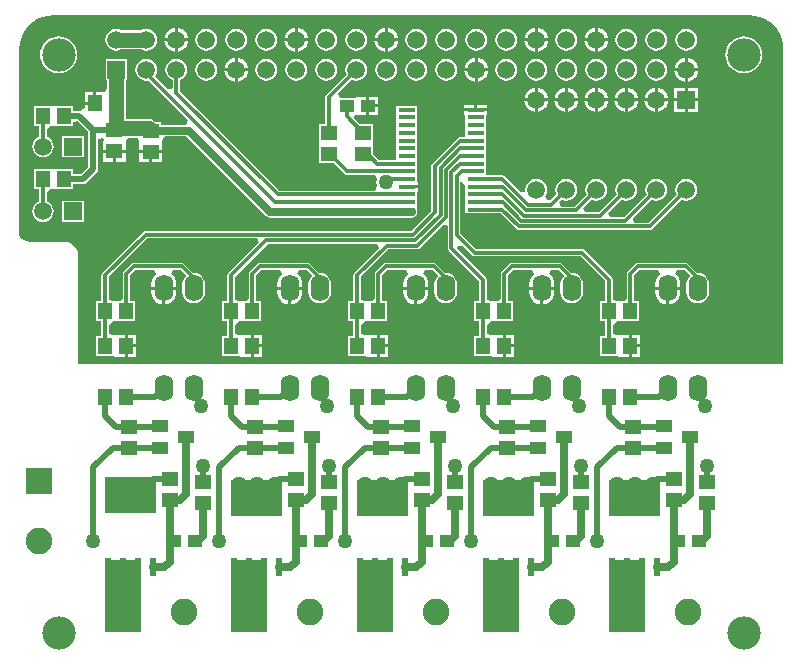
<source format=gtl>
G04 Layer_Physical_Order=1*
G04 Layer_Color=255*
%FSLAX25Y25*%
%MOIN*%
G70*
G01*
G75*
%ADD10R,0.05512X0.03937*%
%ADD11O,0.06299X0.08858*%
%ADD12R,0.05512X0.04724*%
%ADD13R,0.04724X0.05512*%
%ADD14R,0.05800X0.01400*%
%ADD15R,0.04724X0.03937*%
%ADD16R,0.02362X0.05984*%
%ADD17C,0.02500*%
%ADD18C,0.01200*%
%ADD19C,0.02000*%
%ADD20C,0.05000*%
%ADD21C,0.05906*%
%ADD22C,0.05906*%
%ADD23R,0.05906X0.05906*%
%ADD24C,0.08858*%
%ADD25R,0.08858X0.08858*%
%ADD26R,0.08858X0.08858*%
%ADD27R,0.05906X0.05906*%
%ADD28C,0.11100*%
%ADD29C,0.05000*%
G36*
X112358Y-141677D02*
X112626Y-142177D01*
X112493Y-142376D01*
X112369Y-143000D01*
X112493Y-143624D01*
X112847Y-144153D01*
X113376Y-144507D01*
X114000Y-144631D01*
X114624Y-144507D01*
X115154Y-144153D01*
X116000Y-143307D01*
X116500Y-143514D01*
X116500Y-153677D01*
X99853D01*
X99500Y-153323D01*
X99500Y-141677D01*
X112358Y-141677D01*
D02*
G37*
G36*
X70359D02*
X70626Y-142177D01*
X70493Y-142376D01*
X70369Y-143000D01*
X70493Y-143624D01*
X70846Y-144153D01*
X71376Y-144507D01*
X72000Y-144631D01*
X72624Y-144507D01*
X73154Y-144153D01*
X74000Y-143307D01*
X74500Y-143514D01*
X74500Y-153677D01*
X57854D01*
X57500Y-153323D01*
X57500Y-141677D01*
X70359Y-141677D01*
D02*
G37*
G36*
X154358D02*
X154626Y-142177D01*
X154493Y-142376D01*
X154369Y-143000D01*
X154493Y-143624D01*
X154847Y-144153D01*
X155376Y-144507D01*
X156000Y-144631D01*
X156624Y-144507D01*
X157153Y-144153D01*
X158000Y-143307D01*
X158500Y-143514D01*
X158500Y-153677D01*
X141853D01*
X141500Y-153323D01*
X141500Y-141677D01*
X154358Y-141677D01*
D02*
G37*
G36*
X29164Y-140876D02*
X29355Y-141338D01*
X28846Y-141847D01*
X28493Y-142376D01*
X28369Y-143000D01*
X28493Y-143624D01*
X28846Y-144153D01*
X29376Y-144507D01*
X30000Y-144631D01*
X30624Y-144507D01*
X31154Y-144153D01*
X32007Y-143300D01*
X32507Y-143507D01*
X32507Y-152876D01*
X15861D01*
X15507Y-152522D01*
X15507Y-140876D01*
X29164Y-140876D01*
D02*
G37*
G36*
X196359Y-141677D02*
X196626Y-142177D01*
X196493Y-142376D01*
X196369Y-143000D01*
X196493Y-143624D01*
X196846Y-144153D01*
X197376Y-144507D01*
X198000Y-144631D01*
X198624Y-144507D01*
X199153Y-144153D01*
X200000Y-143307D01*
X200500Y-143514D01*
X200500Y-153677D01*
X183853D01*
X183500Y-153323D01*
X183500Y-141677D01*
X196359Y-141677D01*
D02*
G37*
G36*
X195500Y-192500D02*
X183500D01*
Y-168500D01*
X195500D01*
Y-192500D01*
D02*
G37*
G36*
X27500D02*
X15500D01*
Y-168500D01*
X27500D01*
Y-192500D01*
D02*
G37*
G36*
X232107Y13046D02*
X233822Y12635D01*
X235451Y11960D01*
X236954Y11039D01*
X238294Y9894D01*
X239439Y8554D01*
X240360Y7051D01*
X241035Y5422D01*
X241446Y3708D01*
X241576Y2061D01*
X241551Y2000D01*
Y-103000D01*
X6549D01*
Y-66900D01*
X6537Y-66870D01*
X6540Y-66850D01*
X6383Y-65662D01*
X5925Y-64555D01*
X5195Y-63605D01*
X4245Y-62875D01*
X3138Y-62417D01*
X2058Y-62275D01*
X2000Y-62251D01*
X-9800D01*
X-9864Y-62277D01*
X-10712Y-62165D01*
X-11514Y-61833D01*
X-12204Y-61304D01*
X-12733Y-60614D01*
X-13065Y-59812D01*
X-13167Y-59040D01*
X-13151Y-59000D01*
Y2000D01*
X-13176Y2061D01*
X-13046Y3708D01*
X-12635Y5422D01*
X-11960Y7051D01*
X-11039Y8554D01*
X-9894Y9894D01*
X-8554Y11039D01*
X-7051Y11960D01*
X-5422Y12635D01*
X-3708Y13046D01*
X-1977Y13183D01*
X-1900Y13151D01*
X230300D01*
X230377Y13183D01*
X232107Y13046D01*
D02*
G37*
G36*
X69500Y-192500D02*
X57500D01*
Y-168500D01*
X69500D01*
Y-192500D01*
D02*
G37*
G36*
X153500D02*
X141500D01*
Y-168500D01*
X153500D01*
Y-192500D01*
D02*
G37*
G36*
X111500D02*
X99500D01*
Y-168500D01*
X111500D01*
Y-192500D01*
D02*
G37*
%LPC*%
G36*
X183121Y-15500D02*
X179700D01*
Y-18921D01*
X180232Y-18851D01*
X181193Y-18453D01*
X182019Y-17819D01*
X182653Y-16993D01*
X183051Y-16032D01*
X183121Y-15500D01*
D02*
G37*
G36*
X178700D02*
X175279D01*
X175349Y-16032D01*
X175747Y-16993D01*
X176381Y-17819D01*
X177207Y-18453D01*
X178168Y-18851D01*
X178700Y-18921D01*
Y-15500D01*
D02*
G37*
G36*
X173121D02*
X169700D01*
Y-18921D01*
X170232Y-18851D01*
X171193Y-18453D01*
X172019Y-17819D01*
X172653Y-16993D01*
X173051Y-16032D01*
X173121Y-15500D01*
D02*
G37*
G36*
X198700D02*
X195279D01*
X195349Y-16032D01*
X195747Y-16993D01*
X196381Y-17819D01*
X197207Y-18453D01*
X198168Y-18851D01*
X198700Y-18921D01*
Y-15500D01*
D02*
G37*
G36*
X193121D02*
X189700D01*
Y-18921D01*
X190232Y-18851D01*
X191193Y-18453D01*
X192019Y-17819D01*
X192653Y-16993D01*
X193051Y-16032D01*
X193121Y-15500D01*
D02*
G37*
G36*
X188700D02*
X185279D01*
X185349Y-16032D01*
X185747Y-16993D01*
X186381Y-17819D01*
X187207Y-18453D01*
X188168Y-18851D01*
X188700Y-18921D01*
Y-15500D01*
D02*
G37*
G36*
X168700D02*
X165279D01*
X165349Y-16032D01*
X165747Y-16993D01*
X166381Y-17819D01*
X167207Y-18453D01*
X168168Y-18851D01*
X168700Y-18921D01*
Y-15500D01*
D02*
G37*
G36*
X208700D02*
X205247D01*
Y-18953D01*
X208700D01*
Y-15500D01*
D02*
G37*
G36*
X106405Y-17500D02*
X103543D01*
Y-19969D01*
X106405D01*
Y-17500D01*
D02*
G37*
G36*
X8353Y-27047D02*
X1247D01*
Y-34153D01*
X8353D01*
Y-27047D01*
D02*
G37*
G36*
X163121Y-15500D02*
X159700D01*
Y-18921D01*
X160232Y-18851D01*
X161193Y-18453D01*
X162019Y-17819D01*
X162653Y-16993D01*
X163051Y-16032D01*
X163121Y-15500D01*
D02*
G37*
G36*
X158700D02*
X155279D01*
X155349Y-16032D01*
X155747Y-16993D01*
X156381Y-17819D01*
X157207Y-18453D01*
X158168Y-18851D01*
X158700Y-18921D01*
Y-15500D01*
D02*
G37*
G36*
X213153D02*
X209700D01*
Y-18953D01*
X213153D01*
Y-15500D01*
D02*
G37*
G36*
X203121D02*
X199700D01*
Y-18921D01*
X200232Y-18851D01*
X201193Y-18453D01*
X202019Y-17819D01*
X202653Y-16993D01*
X203051Y-16032D01*
X203121Y-15500D01*
D02*
G37*
G36*
X179700Y-11079D02*
Y-14500D01*
X183121D01*
X183051Y-13968D01*
X182653Y-13007D01*
X182019Y-12181D01*
X181193Y-11547D01*
X180232Y-11149D01*
X179700Y-11079D01*
D02*
G37*
G36*
X178700D02*
X178168Y-11149D01*
X177207Y-11547D01*
X176381Y-12181D01*
X175747Y-13007D01*
X175349Y-13968D01*
X175279Y-14500D01*
X178700D01*
Y-11079D01*
D02*
G37*
G36*
X169700D02*
Y-14500D01*
X173121D01*
X173051Y-13968D01*
X172653Y-13007D01*
X172019Y-12181D01*
X171193Y-11547D01*
X170232Y-11149D01*
X169700Y-11079D01*
D02*
G37*
G36*
X198700D02*
X198168Y-11149D01*
X197207Y-11547D01*
X196381Y-12181D01*
X195747Y-13007D01*
X195349Y-13968D01*
X195279Y-14500D01*
X198700D01*
Y-11079D01*
D02*
G37*
G36*
X189700D02*
Y-14500D01*
X193121D01*
X193051Y-13968D01*
X192653Y-13007D01*
X192019Y-12181D01*
X191193Y-11547D01*
X190232Y-11149D01*
X189700Y-11079D01*
D02*
G37*
G36*
X188700D02*
X188168Y-11149D01*
X187207Y-11547D01*
X186381Y-12181D01*
X185747Y-13007D01*
X185349Y-13968D01*
X185279Y-14500D01*
X188700D01*
Y-11079D01*
D02*
G37*
G36*
X168700D02*
X168168Y-11149D01*
X167207Y-11547D01*
X166381Y-12181D01*
X165747Y-13007D01*
X165349Y-13968D01*
X165279Y-14500D01*
X168700D01*
Y-11079D01*
D02*
G37*
G36*
X103543Y-14031D02*
Y-16500D01*
X106405D01*
Y-14031D01*
X103543D01*
D02*
G37*
G36*
X142900Y-16700D02*
X139500D01*
Y-17900D01*
X142900D01*
Y-16700D01*
D02*
G37*
G36*
X138500D02*
X135100D01*
Y-17900D01*
X138500D01*
Y-16700D01*
D02*
G37*
G36*
X159700Y-11079D02*
Y-14500D01*
X163121D01*
X163051Y-13968D01*
X162653Y-13007D01*
X162019Y-12181D01*
X161193Y-11547D01*
X160232Y-11149D01*
X159700Y-11079D01*
D02*
G37*
G36*
X158700D02*
X158168Y-11149D01*
X157207Y-11547D01*
X156381Y-12181D01*
X155747Y-13007D01*
X155349Y-13968D01*
X155279Y-14500D01*
X158700D01*
Y-11079D01*
D02*
G37*
G36*
X11557Y-12444D02*
X8694D01*
Y-15700D01*
X11557D01*
Y-12444D01*
D02*
G37*
G36*
X191043Y-93244D02*
Y-96500D01*
X193905D01*
Y-93244D01*
X191043D01*
D02*
G37*
G36*
X149043D02*
Y-96500D01*
X151906D01*
Y-93244D01*
X149043D01*
D02*
G37*
G36*
X107043D02*
Y-96500D01*
X109906D01*
Y-93244D01*
X107043D01*
D02*
G37*
G36*
X76500Y-78268D02*
X72815D01*
Y-79047D01*
X72957Y-80130D01*
X73375Y-81140D01*
X74041Y-82007D01*
X74907Y-82672D01*
X75917Y-83090D01*
X76500Y-83167D01*
Y-78268D01*
D02*
G37*
G36*
X39185D02*
X35500D01*
Y-83167D01*
X36083Y-83090D01*
X37093Y-82672D01*
X37960Y-82007D01*
X38625Y-81140D01*
X39043Y-80130D01*
X39185Y-79047D01*
Y-78268D01*
D02*
G37*
G36*
X34500D02*
X30815D01*
Y-79047D01*
X30957Y-80130D01*
X31375Y-81140D01*
X32041Y-82007D01*
X32907Y-82672D01*
X33917Y-83090D01*
X34500Y-83167D01*
Y-78268D01*
D02*
G37*
G36*
X65043Y-93244D02*
Y-96500D01*
X67905D01*
Y-93244D01*
X65043D01*
D02*
G37*
G36*
X109906Y-97500D02*
X107043D01*
Y-100756D01*
X109906D01*
Y-97500D01*
D02*
G37*
G36*
X67905D02*
X65043D01*
Y-100756D01*
X67905D01*
Y-97500D01*
D02*
G37*
G36*
X25905D02*
X23043D01*
Y-100756D01*
X25905D01*
Y-97500D01*
D02*
G37*
G36*
X23043Y-93244D02*
Y-96500D01*
X25905D01*
Y-93244D01*
X23043D01*
D02*
G37*
G36*
X193905Y-97500D02*
X191043D01*
Y-100756D01*
X193905D01*
Y-97500D01*
D02*
G37*
G36*
X151906D02*
X149043D01*
Y-100756D01*
X151906D01*
Y-97500D01*
D02*
G37*
G36*
X81185Y-78268D02*
X77500D01*
Y-83167D01*
X78083Y-83090D01*
X79093Y-82672D01*
X79959Y-82007D01*
X80625Y-81140D01*
X81043Y-80130D01*
X81185Y-79047D01*
Y-78268D01*
D02*
G37*
G36*
X30200Y-32843D02*
X26944D01*
Y-35706D01*
X30200D01*
Y-32843D01*
D02*
G37*
G36*
X99200Y-1417D02*
X98273Y-1539D01*
X97408Y-1897D01*
X96666Y-2466D01*
X96097Y-3208D01*
X95739Y-4073D01*
X95617Y-5000D01*
X95739Y-5928D01*
X95974Y-6496D01*
X89135Y-13335D01*
X88870Y-13732D01*
X88776Y-14200D01*
Y-22995D01*
X86644D01*
Y-28581D01*
X86644Y-28919D01*
Y-30081D01*
X86644Y-30419D01*
Y-36005D01*
X91649D01*
X95308Y-39665D01*
X95705Y-39930D01*
X96174Y-40023D01*
X105102D01*
X105345Y-40210D01*
X106049Y-41524D01*
X105980Y-41691D01*
X105873Y-42500D01*
X105980Y-43309D01*
X106173Y-43777D01*
X105785Y-44705D01*
X105332Y-45276D01*
X73507D01*
X40424Y-12193D01*
Y-8339D01*
X40992Y-8103D01*
X41734Y-7534D01*
X42303Y-6792D01*
X42661Y-5928D01*
X42783Y-5000D01*
X42661Y-4073D01*
X42303Y-3208D01*
X41734Y-2466D01*
X40992Y-1897D01*
X40127Y-1539D01*
X39200Y-1417D01*
X38273Y-1539D01*
X37408Y-1897D01*
X36666Y-2466D01*
X36097Y-3208D01*
X35739Y-4073D01*
X35617Y-5000D01*
X35739Y-5928D01*
X36097Y-6792D01*
X36666Y-7534D01*
X37408Y-8103D01*
X37977Y-8339D01*
Y-11125D01*
X36476Y-11746D01*
X31964Y-7234D01*
X32303Y-6792D01*
X32661Y-5928D01*
X32783Y-5000D01*
X32661Y-4073D01*
X32303Y-3208D01*
X31734Y-2466D01*
X30992Y-1897D01*
X30127Y-1539D01*
X29200Y-1417D01*
X28273Y-1539D01*
X27408Y-1897D01*
X26666Y-2466D01*
X26097Y-3208D01*
X25739Y-4073D01*
X25617Y-5000D01*
X25739Y-5928D01*
X26097Y-6792D01*
X26666Y-7534D01*
X27408Y-8103D01*
X28273Y-8461D01*
X29200Y-8583D01*
X29777Y-8507D01*
X43140Y-21870D01*
X42519Y-23370D01*
X34056D01*
Y-22295D01*
X32144D01*
X31563Y-21849D01*
X30809Y-21536D01*
X30000Y-21430D01*
X22327D01*
Y-8553D01*
X22753D01*
Y-1447D01*
X15647D01*
Y-8553D01*
X16073D01*
Y-11215D01*
X15419Y-12444D01*
X12557D01*
Y-16200D01*
X12057D01*
Y-16700D01*
X8694D01*
Y-17871D01*
X8275Y-18237D01*
X7194Y-18827D01*
X6900Y-18769D01*
X4905D01*
Y-17044D01*
X-681D01*
X-1019Y-17044D01*
X-2181D01*
X-2519Y-17044D01*
X-8106D01*
Y-23756D01*
X-6424D01*
Y-27261D01*
X-6992Y-27497D01*
X-7734Y-28066D01*
X-8303Y-28808D01*
X-8661Y-29673D01*
X-8783Y-30600D01*
X-8661Y-31527D01*
X-8303Y-32392D01*
X-7734Y-33134D01*
X-6992Y-33703D01*
X-6128Y-34061D01*
X-5200Y-34183D01*
X-4273Y-34061D01*
X-3408Y-33703D01*
X-2666Y-33134D01*
X-2097Y-32392D01*
X-1739Y-31527D01*
X-1617Y-30600D01*
X-1739Y-29673D01*
X-2097Y-28808D01*
X-2666Y-28066D01*
X-3408Y-27497D01*
X-3977Y-27261D01*
Y-24817D01*
X-2948Y-23788D01*
X-2476Y-23756D01*
X-2181Y-23756D01*
X-1019D01*
X-681Y-23756D01*
X4905D01*
Y-22469D01*
X6406Y-22213D01*
X9869Y-25676D01*
Y-37324D01*
X7324Y-39869D01*
X4905D01*
Y-38144D01*
X-681D01*
X-1019Y-38144D01*
X-2181D01*
X-2519Y-38144D01*
X-8106D01*
Y-44856D01*
X-6424D01*
Y-48861D01*
X-6992Y-49097D01*
X-7734Y-49666D01*
X-8303Y-50408D01*
X-8661Y-51273D01*
X-8783Y-52200D01*
X-8661Y-53127D01*
X-8303Y-53992D01*
X-7734Y-54734D01*
X-6992Y-55303D01*
X-6128Y-55661D01*
X-5200Y-55783D01*
X-4273Y-55661D01*
X-3408Y-55303D01*
X-2666Y-54734D01*
X-2097Y-53992D01*
X-1739Y-53127D01*
X-1617Y-52200D01*
X-1739Y-51273D01*
X-2097Y-50408D01*
X-2666Y-49666D01*
X-3408Y-49097D01*
X-3977Y-48861D01*
Y-45917D01*
X-2948Y-44888D01*
X-2476Y-44856D01*
X-2181Y-44856D01*
X-1019D01*
X-681Y-44856D01*
X4905D01*
Y-43131D01*
X8000D01*
X8624Y-43007D01*
X9154Y-42654D01*
X12653Y-39154D01*
X13007Y-38624D01*
X13131Y-38000D01*
Y-28104D01*
X14631Y-27670D01*
X15022Y-28288D01*
X14844Y-28881D01*
X14844Y-29453D01*
Y-31743D01*
X22356D01*
Y-29453D01*
X22356Y-28881D01*
X23086Y-27683D01*
X26456D01*
X26944Y-28981D01*
X26944Y-29553D01*
Y-31843D01*
X34456D01*
Y-29553D01*
X34456Y-28981D01*
X34354Y-28643D01*
X35433Y-27143D01*
X42575D01*
X69266Y-53834D01*
X69878Y-54243D01*
X70600Y-54386D01*
X117700D01*
X118422Y-54243D01*
X119034Y-53834D01*
X119443Y-53222D01*
X119586Y-52500D01*
X119500Y-52066D01*
Y-50400D01*
Y-45700D01*
X119900D01*
Y-44500D01*
X116000D01*
Y-43500D01*
X119900D01*
Y-42300D01*
X119500D01*
Y-37600D01*
Y-35000D01*
Y-32500D01*
Y-29900D01*
Y-27300D01*
Y-24800D01*
Y-22200D01*
Y-19700D01*
Y-17100D01*
X112500D01*
Y-19700D01*
Y-22200D01*
Y-24800D01*
Y-27300D01*
Y-29900D01*
Y-32500D01*
Y-35076D01*
X106764D01*
X104856Y-33169D01*
Y-30419D01*
X104856Y-30081D01*
Y-28919D01*
X104856Y-28581D01*
Y-22995D01*
X100268D01*
X98342Y-21068D01*
X98860Y-19722D01*
X99681Y-19969D01*
X100253Y-19969D01*
X102543D01*
Y-17000D01*
Y-14031D01*
X100253D01*
X99681Y-14031D01*
X98347Y-14432D01*
X94329D01*
X93620Y-14432D01*
X92999Y-12932D01*
X97704Y-8226D01*
X98273Y-8461D01*
X99200Y-8583D01*
X100127Y-8461D01*
X100992Y-8103D01*
X101734Y-7534D01*
X102303Y-6792D01*
X102661Y-5928D01*
X102783Y-5000D01*
X102661Y-4073D01*
X102303Y-3208D01*
X101734Y-2466D01*
X100992Y-1897D01*
X100127Y-1539D01*
X99200Y-1417D01*
D02*
G37*
G36*
X142900Y-18900D02*
X135100D01*
Y-20100D01*
X135500D01*
Y-24800D01*
Y-27376D01*
X133900D01*
X133432Y-27470D01*
X133035Y-27735D01*
X124635Y-36135D01*
X124370Y-36532D01*
X124276Y-37000D01*
Y-51993D01*
X117493Y-58776D01*
X29000D01*
X28532Y-58870D01*
X28135Y-59135D01*
X14592Y-72678D01*
X14326Y-73075D01*
X14233Y-73543D01*
Y-82144D01*
X12494D01*
Y-88856D01*
X14233D01*
Y-93644D01*
X12494D01*
Y-100356D01*
X17847D01*
X19181Y-100756D01*
X19753Y-100756D01*
X22043D01*
Y-97000D01*
Y-93244D01*
X19753D01*
X19181Y-93244D01*
X18180Y-93544D01*
X17120Y-93023D01*
X16680Y-92583D01*
Y-89917D01*
X17658Y-88939D01*
X18180Y-88856D01*
X19581Y-88856D01*
X19919Y-88856D01*
X25506D01*
Y-82144D01*
X23767D01*
Y-73463D01*
X25507Y-71724D01*
X31929D01*
X32438Y-73224D01*
X32041Y-73529D01*
X31375Y-74396D01*
X30957Y-75405D01*
X30815Y-76488D01*
Y-77268D01*
X39185D01*
Y-76488D01*
X39043Y-75405D01*
X38625Y-74396D01*
X37960Y-73529D01*
X37562Y-73224D01*
X38071Y-71724D01*
X40493D01*
X42342Y-73572D01*
X42326Y-73814D01*
X41725Y-74597D01*
X41347Y-75509D01*
X41218Y-76488D01*
Y-79047D01*
X41347Y-80026D01*
X41725Y-80938D01*
X42326Y-81722D01*
X43109Y-82323D01*
X44021Y-82700D01*
X45000Y-82829D01*
X45979Y-82700D01*
X46891Y-82323D01*
X47674Y-81722D01*
X48275Y-80938D01*
X48653Y-80026D01*
X48782Y-79047D01*
Y-76488D01*
X48653Y-75509D01*
X48275Y-74597D01*
X47674Y-73814D01*
X46891Y-73213D01*
X45979Y-72835D01*
X45000Y-72706D01*
X44944Y-72714D01*
X41865Y-69635D01*
X41468Y-69370D01*
X41000Y-69276D01*
X25000D01*
X24532Y-69370D01*
X24135Y-69635D01*
X21678Y-72092D01*
X21413Y-72488D01*
X21320Y-72957D01*
Y-81083D01*
X20343Y-82061D01*
X19820Y-82144D01*
X18419Y-82144D01*
X18180Y-82144D01*
X16680Y-81905D01*
Y-74050D01*
X29507Y-61224D01*
X66086D01*
X66660Y-62609D01*
X56591Y-72678D01*
X56326Y-73075D01*
X56233Y-73543D01*
Y-82144D01*
X54495D01*
Y-88856D01*
X56233D01*
Y-93644D01*
X54495D01*
Y-100356D01*
X59847D01*
X61181Y-100756D01*
X61753Y-100756D01*
X64043D01*
Y-97000D01*
Y-93244D01*
X61753D01*
X61181Y-93244D01*
X60180Y-93544D01*
X59120Y-93023D01*
X58680Y-92583D01*
Y-89917D01*
X59658Y-88939D01*
X60180Y-88856D01*
X61581Y-88856D01*
X61919Y-88856D01*
X67506D01*
Y-82144D01*
X65767D01*
Y-73463D01*
X67507Y-71724D01*
X73929D01*
X74438Y-73224D01*
X74041Y-73529D01*
X73375Y-74396D01*
X72957Y-75405D01*
X72815Y-76488D01*
Y-77268D01*
X81185D01*
Y-76488D01*
X81043Y-75405D01*
X80625Y-74396D01*
X79959Y-73529D01*
X79562Y-73224D01*
X80071Y-71724D01*
X82493D01*
X84342Y-73572D01*
X84326Y-73814D01*
X83725Y-74597D01*
X83347Y-75509D01*
X83218Y-76488D01*
Y-79047D01*
X83347Y-80026D01*
X83725Y-80938D01*
X84326Y-81722D01*
X85109Y-82323D01*
X86021Y-82700D01*
X87000Y-82829D01*
X87979Y-82700D01*
X88891Y-82323D01*
X89674Y-81722D01*
X90275Y-80938D01*
X90653Y-80026D01*
X90782Y-79047D01*
Y-76488D01*
X90653Y-75509D01*
X90275Y-74597D01*
X89674Y-73814D01*
X88891Y-73213D01*
X87979Y-72835D01*
X87000Y-72706D01*
X86944Y-72714D01*
X83865Y-69635D01*
X83468Y-69370D01*
X83000Y-69276D01*
X67000D01*
X66532Y-69370D01*
X66135Y-69635D01*
X63678Y-72092D01*
X63413Y-72488D01*
X63320Y-72957D01*
Y-81083D01*
X62343Y-82061D01*
X61820Y-82144D01*
X60419Y-82144D01*
X60180Y-82144D01*
X58680Y-81905D01*
Y-74050D01*
X69707Y-63024D01*
X106286D01*
X106860Y-64409D01*
X98592Y-72678D01*
X98326Y-73075D01*
X98233Y-73543D01*
Y-82144D01*
X96495D01*
Y-88856D01*
X98233D01*
Y-93644D01*
X96495D01*
Y-100356D01*
X101847D01*
X103181Y-100756D01*
X103753Y-100756D01*
X106043D01*
Y-97000D01*
Y-93244D01*
X103753D01*
X103181Y-93244D01*
X102180Y-93544D01*
X101120Y-93023D01*
X100680Y-92583D01*
Y-89917D01*
X101657Y-88939D01*
X102180Y-88856D01*
X103581Y-88856D01*
X103919Y-88856D01*
X109505D01*
Y-82144D01*
X107767D01*
Y-73463D01*
X109507Y-71724D01*
X115929D01*
X116438Y-73224D01*
X116041Y-73529D01*
X115375Y-74396D01*
X114957Y-75405D01*
X114815Y-76488D01*
Y-77268D01*
X123185D01*
Y-76488D01*
X123043Y-75405D01*
X122625Y-74396D01*
X121959Y-73529D01*
X121562Y-73224D01*
X122071Y-71724D01*
X124493D01*
X126342Y-73572D01*
X126326Y-73814D01*
X125725Y-74597D01*
X125347Y-75509D01*
X125218Y-76488D01*
Y-79047D01*
X125347Y-80026D01*
X125725Y-80938D01*
X126326Y-81722D01*
X127109Y-82323D01*
X128021Y-82700D01*
X129000Y-82829D01*
X129979Y-82700D01*
X130891Y-82323D01*
X131674Y-81722D01*
X132275Y-80938D01*
X132653Y-80026D01*
X132782Y-79047D01*
Y-76488D01*
X132653Y-75509D01*
X132275Y-74597D01*
X131674Y-73814D01*
X130891Y-73213D01*
X129979Y-72835D01*
X129000Y-72706D01*
X128944Y-72714D01*
X125865Y-69635D01*
X125468Y-69370D01*
X125000Y-69276D01*
X109000D01*
X108532Y-69370D01*
X108135Y-69635D01*
X105678Y-72092D01*
X105413Y-72488D01*
X105320Y-72957D01*
Y-81083D01*
X104342Y-82061D01*
X103820Y-82144D01*
X102419Y-82144D01*
X102180Y-82144D01*
X100680Y-81905D01*
Y-74050D01*
X109907Y-64824D01*
X119491D01*
X119959Y-64730D01*
X120356Y-64465D01*
X128291Y-56531D01*
X129676Y-57105D01*
Y-64400D01*
X129770Y-64868D01*
X130035Y-65265D01*
X140233Y-75463D01*
Y-82144D01*
X138495D01*
Y-88856D01*
X140233D01*
Y-93644D01*
X138495D01*
Y-100356D01*
X143847D01*
X145181Y-100756D01*
X145753Y-100756D01*
X148043D01*
Y-97000D01*
Y-93244D01*
X145753D01*
X145181Y-93244D01*
X144180Y-93544D01*
X143120Y-93023D01*
X142680Y-92583D01*
Y-89917D01*
X143658Y-88939D01*
X144180Y-88856D01*
X145581Y-88856D01*
X145919Y-88856D01*
X151505D01*
Y-82144D01*
X149767D01*
Y-73463D01*
X151507Y-71724D01*
X157929D01*
X158438Y-73224D01*
X158040Y-73529D01*
X157375Y-74396D01*
X156957Y-75405D01*
X156815Y-76488D01*
Y-77268D01*
X165185D01*
Y-76488D01*
X165043Y-75405D01*
X164625Y-74396D01*
X163960Y-73529D01*
X163562Y-73224D01*
X164071Y-71724D01*
X166493D01*
X168342Y-73572D01*
X168326Y-73814D01*
X167725Y-74597D01*
X167347Y-75509D01*
X167218Y-76488D01*
Y-79047D01*
X167347Y-80026D01*
X167725Y-80938D01*
X168326Y-81722D01*
X169109Y-82323D01*
X170021Y-82700D01*
X171000Y-82829D01*
X171979Y-82700D01*
X172891Y-82323D01*
X173674Y-81722D01*
X174275Y-80938D01*
X174653Y-80026D01*
X174782Y-79047D01*
Y-76488D01*
X174653Y-75509D01*
X174275Y-74597D01*
X173674Y-73814D01*
X172891Y-73213D01*
X171979Y-72835D01*
X171000Y-72706D01*
X170944Y-72714D01*
X167865Y-69635D01*
X167468Y-69370D01*
X167000Y-69276D01*
X151000D01*
X150532Y-69370D01*
X150135Y-69635D01*
X147678Y-72092D01*
X147413Y-72488D01*
X147320Y-72957D01*
Y-81083D01*
X146343Y-82061D01*
X145820Y-82144D01*
X144419Y-82144D01*
X144180Y-82144D01*
X142680Y-81905D01*
Y-74957D01*
X142587Y-74489D01*
X142322Y-74092D01*
X132720Y-64490D01*
X132804Y-63956D01*
X134405Y-63435D01*
X137835Y-66865D01*
X138232Y-67130D01*
X138700Y-67224D01*
X173993D01*
X182233Y-75463D01*
Y-82144D01*
X180494D01*
Y-88856D01*
X182233D01*
Y-93644D01*
X180494D01*
Y-100356D01*
X185847D01*
X187181Y-100756D01*
X187753Y-100756D01*
X190043D01*
Y-97000D01*
Y-93244D01*
X187753D01*
X187181Y-93244D01*
X186180Y-93544D01*
X185120Y-93023D01*
X184680Y-92583D01*
Y-89917D01*
X185658Y-88939D01*
X186180Y-88856D01*
X187581Y-88856D01*
X187919Y-88856D01*
X193506D01*
Y-82144D01*
X191767D01*
Y-73463D01*
X193507Y-71724D01*
X199929D01*
X200438Y-73224D01*
X200041Y-73529D01*
X199375Y-74396D01*
X198957Y-75405D01*
X198815Y-76488D01*
Y-77268D01*
X207185D01*
Y-76488D01*
X207043Y-75405D01*
X206625Y-74396D01*
X205960Y-73529D01*
X205562Y-73224D01*
X206071Y-71724D01*
X208493D01*
X210342Y-73572D01*
X210326Y-73814D01*
X209725Y-74597D01*
X209347Y-75509D01*
X209218Y-76488D01*
Y-79047D01*
X209347Y-80026D01*
X209725Y-80938D01*
X210326Y-81722D01*
X211109Y-82323D01*
X212021Y-82700D01*
X213000Y-82829D01*
X213979Y-82700D01*
X214891Y-82323D01*
X215674Y-81722D01*
X216275Y-80938D01*
X216653Y-80026D01*
X216782Y-79047D01*
Y-76488D01*
X216653Y-75509D01*
X216275Y-74597D01*
X215674Y-73814D01*
X214891Y-73213D01*
X213979Y-72835D01*
X213000Y-72706D01*
X212944Y-72714D01*
X209865Y-69635D01*
X209468Y-69370D01*
X209000Y-69276D01*
X193000D01*
X192532Y-69370D01*
X192135Y-69635D01*
X189678Y-72092D01*
X189413Y-72488D01*
X189320Y-72957D01*
Y-81083D01*
X188342Y-82061D01*
X187820Y-82144D01*
X186419Y-82144D01*
X186180Y-82144D01*
X184680Y-81905D01*
Y-74957D01*
X184587Y-74489D01*
X184322Y-74092D01*
X175365Y-65135D01*
X174968Y-64870D01*
X174500Y-64776D01*
X139207D01*
X133923Y-59493D01*
Y-42522D01*
X134000Y-42471D01*
X135500Y-43273D01*
Y-47800D01*
Y-50400D01*
Y-52900D01*
X142500D01*
Y-52824D01*
X147411D01*
X152653Y-58065D01*
X153050Y-58330D01*
X153518Y-58424D01*
X197000D01*
X197468Y-58330D01*
X197865Y-58065D01*
X207704Y-48226D01*
X208273Y-48461D01*
X209200Y-48583D01*
X210127Y-48461D01*
X210992Y-48103D01*
X211734Y-47534D01*
X212303Y-46792D01*
X212661Y-45927D01*
X212783Y-45000D01*
X212661Y-44073D01*
X212303Y-43208D01*
X211734Y-42466D01*
X210992Y-41897D01*
X210127Y-41539D01*
X209200Y-41417D01*
X208273Y-41539D01*
X207408Y-41897D01*
X206666Y-42466D01*
X206097Y-43208D01*
X205739Y-44073D01*
X205617Y-45000D01*
X205739Y-45927D01*
X205974Y-46496D01*
X196493Y-55976D01*
X191914D01*
X191340Y-54591D01*
X197704Y-48226D01*
X198273Y-48461D01*
X199200Y-48583D01*
X200127Y-48461D01*
X200992Y-48103D01*
X201734Y-47534D01*
X202303Y-46792D01*
X202661Y-45927D01*
X202783Y-45000D01*
X202661Y-44073D01*
X202303Y-43208D01*
X201734Y-42466D01*
X200992Y-41897D01*
X200127Y-41539D01*
X199200Y-41417D01*
X198273Y-41539D01*
X197408Y-41897D01*
X196666Y-42466D01*
X196097Y-43208D01*
X195739Y-44073D01*
X195617Y-45000D01*
X195739Y-45927D01*
X195974Y-46496D01*
X188293Y-54176D01*
X183714D01*
X183140Y-52791D01*
X187704Y-48226D01*
X188273Y-48461D01*
X189200Y-48583D01*
X190127Y-48461D01*
X190992Y-48103D01*
X191734Y-47534D01*
X192303Y-46792D01*
X192661Y-45927D01*
X192783Y-45000D01*
X192661Y-44073D01*
X192303Y-43208D01*
X191734Y-42466D01*
X190992Y-41897D01*
X190127Y-41539D01*
X189200Y-41417D01*
X188273Y-41539D01*
X187408Y-41897D01*
X186666Y-42466D01*
X186097Y-43208D01*
X185739Y-44073D01*
X185617Y-45000D01*
X185739Y-45927D01*
X185974Y-46496D01*
X180093Y-52377D01*
X175514D01*
X174940Y-50991D01*
X177704Y-48226D01*
X178273Y-48461D01*
X179200Y-48583D01*
X180127Y-48461D01*
X180992Y-48103D01*
X181734Y-47534D01*
X182303Y-46792D01*
X182661Y-45927D01*
X182783Y-45000D01*
X182661Y-44073D01*
X182303Y-43208D01*
X181734Y-42466D01*
X180992Y-41897D01*
X180127Y-41539D01*
X179200Y-41417D01*
X178273Y-41539D01*
X177408Y-41897D01*
X176666Y-42466D01*
X176097Y-43208D01*
X175739Y-44073D01*
X175617Y-45000D01*
X175739Y-45927D01*
X175974Y-46496D01*
X171893Y-50577D01*
X167314D01*
X166761Y-49243D01*
X167756Y-48248D01*
X168273Y-48461D01*
X169200Y-48583D01*
X170127Y-48461D01*
X170992Y-48103D01*
X171734Y-47534D01*
X172303Y-46792D01*
X172661Y-45927D01*
X172783Y-45000D01*
X172661Y-44073D01*
X172303Y-43208D01*
X171734Y-42466D01*
X170992Y-41897D01*
X170127Y-41539D01*
X169200Y-41417D01*
X168273Y-41539D01*
X167408Y-41897D01*
X166666Y-42466D01*
X166097Y-43208D01*
X165739Y-44073D01*
X165617Y-45000D01*
X165739Y-45927D01*
X165974Y-46496D01*
X163942Y-48528D01*
X162677Y-48446D01*
X162116Y-47036D01*
X162303Y-46792D01*
X162661Y-45927D01*
X162783Y-45000D01*
X162661Y-44073D01*
X162303Y-43208D01*
X161734Y-42466D01*
X160992Y-41897D01*
X160127Y-41539D01*
X159200Y-41417D01*
X158273Y-41539D01*
X157408Y-41897D01*
X156666Y-42466D01*
X156097Y-43208D01*
X155739Y-44073D01*
X155617Y-45000D01*
X155657Y-45305D01*
X154236Y-46006D01*
X148765Y-40535D01*
X148368Y-40270D01*
X147900Y-40176D01*
X142500D01*
Y-37600D01*
Y-35000D01*
Y-32500D01*
Y-29900D01*
Y-27300D01*
Y-24800D01*
Y-20100D01*
X142900D01*
Y-18900D01*
D02*
G37*
G36*
X22356Y-32743D02*
X19100D01*
Y-35605D01*
X22356D01*
Y-32743D01*
D02*
G37*
G36*
X18100D02*
X14844D01*
Y-35605D01*
X18100D01*
Y-32743D01*
D02*
G37*
G36*
X34456Y-32843D02*
X31200D01*
Y-35706D01*
X34456D01*
Y-32843D01*
D02*
G37*
G36*
X8353Y-48647D02*
X1247D01*
Y-55753D01*
X8353D01*
Y-48647D01*
D02*
G37*
G36*
X160500Y-78268D02*
X156815D01*
Y-79047D01*
X156957Y-80130D01*
X157375Y-81140D01*
X158040Y-82007D01*
X158907Y-82672D01*
X159917Y-83090D01*
X160500Y-83167D01*
Y-78268D01*
D02*
G37*
G36*
X123185D02*
X119500D01*
Y-83167D01*
X120083Y-83090D01*
X121093Y-82672D01*
X121959Y-82007D01*
X122625Y-81140D01*
X123043Y-80130D01*
X123185Y-79047D01*
Y-78268D01*
D02*
G37*
G36*
X118500D02*
X114815D01*
Y-79047D01*
X114957Y-80130D01*
X115375Y-81140D01*
X116041Y-82007D01*
X116907Y-82672D01*
X117917Y-83090D01*
X118500Y-83167D01*
Y-78268D01*
D02*
G37*
G36*
X207185D02*
X203500D01*
Y-83167D01*
X204083Y-83090D01*
X205093Y-82672D01*
X205960Y-82007D01*
X206625Y-81140D01*
X207043Y-80130D01*
X207185Y-79047D01*
Y-78268D01*
D02*
G37*
G36*
X202500D02*
X198815D01*
Y-79047D01*
X198957Y-80130D01*
X199375Y-81140D01*
X200041Y-82007D01*
X200907Y-82672D01*
X201917Y-83090D01*
X202500Y-83167D01*
Y-78268D01*
D02*
G37*
G36*
X165185D02*
X161500D01*
Y-83167D01*
X162083Y-83090D01*
X163093Y-82672D01*
X163960Y-82007D01*
X164625Y-81140D01*
X165043Y-80130D01*
X165185Y-79047D01*
Y-78268D01*
D02*
G37*
G36*
X69200Y8583D02*
X68273Y8461D01*
X67408Y8103D01*
X66666Y7534D01*
X66097Y6792D01*
X65739Y5928D01*
X65617Y5000D01*
X65739Y4073D01*
X66097Y3208D01*
X66666Y2466D01*
X67408Y1897D01*
X68273Y1539D01*
X69200Y1417D01*
X70127Y1539D01*
X70992Y1897D01*
X71734Y2466D01*
X72303Y3208D01*
X72661Y4073D01*
X72783Y5000D01*
X72661Y5928D01*
X72303Y6792D01*
X71734Y7534D01*
X70992Y8103D01*
X70127Y8461D01*
X69200Y8583D01*
D02*
G37*
G36*
X89200D02*
X88273Y8461D01*
X87408Y8103D01*
X86666Y7534D01*
X86097Y6792D01*
X85739Y5928D01*
X85617Y5000D01*
X85739Y4073D01*
X86097Y3208D01*
X86666Y2466D01*
X87408Y1897D01*
X88273Y1539D01*
X89200Y1417D01*
X90127Y1539D01*
X90992Y1897D01*
X91734Y2466D01*
X92303Y3208D01*
X92661Y4073D01*
X92783Y5000D01*
X92661Y5928D01*
X92303Y6792D01*
X91734Y7534D01*
X90992Y8103D01*
X90127Y8461D01*
X89200Y8583D01*
D02*
G37*
G36*
X49200D02*
X48273Y8461D01*
X47408Y8103D01*
X46666Y7534D01*
X46097Y6792D01*
X45739Y5928D01*
X45617Y5000D01*
X45739Y4073D01*
X46097Y3208D01*
X46666Y2466D01*
X47408Y1897D01*
X48273Y1539D01*
X49200Y1417D01*
X50127Y1539D01*
X50992Y1897D01*
X51734Y2466D01*
X52303Y3208D01*
X52661Y4073D01*
X52783Y5000D01*
X52661Y5928D01*
X52303Y6792D01*
X51734Y7534D01*
X50992Y8103D01*
X50127Y8461D01*
X49200Y8583D01*
D02*
G37*
G36*
X59200D02*
X58273Y8461D01*
X57408Y8103D01*
X56666Y7534D01*
X56097Y6792D01*
X55739Y5928D01*
X55617Y5000D01*
X55739Y4073D01*
X56097Y3208D01*
X56666Y2466D01*
X57408Y1897D01*
X58273Y1539D01*
X59200Y1417D01*
X60127Y1539D01*
X60992Y1897D01*
X61734Y2466D01*
X62303Y3208D01*
X62661Y4073D01*
X62783Y5000D01*
X62661Y5928D01*
X62303Y6792D01*
X61734Y7534D01*
X60992Y8103D01*
X60127Y8461D01*
X59200Y8583D01*
D02*
G37*
G36*
X129200D02*
X128273Y8461D01*
X127408Y8103D01*
X126666Y7534D01*
X126097Y6792D01*
X125739Y5928D01*
X125617Y5000D01*
X125739Y4073D01*
X126097Y3208D01*
X126666Y2466D01*
X127408Y1897D01*
X128273Y1539D01*
X129200Y1417D01*
X130127Y1539D01*
X130992Y1897D01*
X131734Y2466D01*
X132303Y3208D01*
X132661Y4073D01*
X132783Y5000D01*
X132661Y5928D01*
X132303Y6792D01*
X131734Y7534D01*
X130992Y8103D01*
X130127Y8461D01*
X129200Y8583D01*
D02*
G37*
G36*
X139200D02*
X138273Y8461D01*
X137408Y8103D01*
X136666Y7534D01*
X136097Y6792D01*
X135739Y5928D01*
X135617Y5000D01*
X135739Y4073D01*
X136097Y3208D01*
X136666Y2466D01*
X137408Y1897D01*
X138273Y1539D01*
X139200Y1417D01*
X140127Y1539D01*
X140992Y1897D01*
X141734Y2466D01*
X142303Y3208D01*
X142661Y4073D01*
X142783Y5000D01*
X142661Y5928D01*
X142303Y6792D01*
X141734Y7534D01*
X140992Y8103D01*
X140127Y8461D01*
X139200Y8583D01*
D02*
G37*
G36*
X99200D02*
X98273Y8461D01*
X97408Y8103D01*
X96666Y7534D01*
X96097Y6792D01*
X95739Y5928D01*
X95617Y5000D01*
X95739Y4073D01*
X96097Y3208D01*
X96666Y2466D01*
X97408Y1897D01*
X98273Y1539D01*
X99200Y1417D01*
X100127Y1539D01*
X100992Y1897D01*
X101734Y2466D01*
X102303Y3208D01*
X102661Y4073D01*
X102783Y5000D01*
X102661Y5928D01*
X102303Y6792D01*
X101734Y7534D01*
X100992Y8103D01*
X100127Y8461D01*
X99200Y8583D01*
D02*
G37*
G36*
X119200D02*
X118273Y8461D01*
X117408Y8103D01*
X116666Y7534D01*
X116097Y6792D01*
X115739Y5928D01*
X115617Y5000D01*
X115739Y4073D01*
X116097Y3208D01*
X116666Y2466D01*
X117408Y1897D01*
X118273Y1539D01*
X119200Y1417D01*
X120127Y1539D01*
X120992Y1897D01*
X121734Y2466D01*
X122303Y3208D01*
X122661Y4073D01*
X122783Y5000D01*
X122661Y5928D01*
X122303Y6792D01*
X121734Y7534D01*
X120992Y8103D01*
X120127Y8461D01*
X119200Y8583D01*
D02*
G37*
G36*
X108700Y4500D02*
X105279D01*
X105349Y3968D01*
X105747Y3007D01*
X106381Y2181D01*
X107207Y1547D01*
X108168Y1149D01*
X108700Y1079D01*
Y4500D01*
D02*
G37*
G36*
X113121D02*
X109700D01*
Y1079D01*
X110232Y1149D01*
X111193Y1547D01*
X112019Y2181D01*
X112653Y3007D01*
X113051Y3968D01*
X113121Y4500D01*
D02*
G37*
G36*
X78700D02*
X75279D01*
X75349Y3968D01*
X75747Y3007D01*
X76381Y2181D01*
X77207Y1547D01*
X78168Y1149D01*
X78700Y1079D01*
Y4500D01*
D02*
G37*
G36*
X83121D02*
X79700D01*
Y1079D01*
X80232Y1149D01*
X81193Y1547D01*
X82019Y2181D01*
X82653Y3007D01*
X83051Y3968D01*
X83121Y4500D01*
D02*
G37*
G36*
X178700D02*
X175279D01*
X175349Y3968D01*
X175747Y3007D01*
X176381Y2181D01*
X177207Y1547D01*
X178168Y1149D01*
X178700Y1079D01*
Y4500D01*
D02*
G37*
G36*
X183121D02*
X179700D01*
Y1079D01*
X180232Y1149D01*
X181193Y1547D01*
X182019Y2181D01*
X182653Y3007D01*
X183051Y3968D01*
X183121Y4500D01*
D02*
G37*
G36*
X158700D02*
X155279D01*
X155349Y3968D01*
X155747Y3007D01*
X156381Y2181D01*
X157207Y1547D01*
X158168Y1149D01*
X158700Y1079D01*
Y4500D01*
D02*
G37*
G36*
X163121D02*
X159700D01*
Y1079D01*
X160232Y1149D01*
X161193Y1547D01*
X162019Y2181D01*
X162653Y3007D01*
X163051Y3968D01*
X163121Y4500D01*
D02*
G37*
G36*
X109700Y8921D02*
Y5500D01*
X113121D01*
X113051Y6032D01*
X112653Y6993D01*
X112019Y7819D01*
X111193Y8453D01*
X110232Y8851D01*
X109700Y8921D01*
D02*
G37*
G36*
X158700D02*
X158168Y8851D01*
X157207Y8453D01*
X156381Y7819D01*
X155747Y6993D01*
X155349Y6032D01*
X155279Y5500D01*
X158700D01*
Y8921D01*
D02*
G37*
G36*
X79700D02*
Y5500D01*
X83121D01*
X83051Y6032D01*
X82653Y6993D01*
X82019Y7819D01*
X81193Y8453D01*
X80232Y8851D01*
X79700Y8921D01*
D02*
G37*
G36*
X108700D02*
X108168Y8851D01*
X107207Y8453D01*
X106381Y7819D01*
X105747Y6993D01*
X105349Y6032D01*
X105279Y5500D01*
X108700D01*
Y8921D01*
D02*
G37*
G36*
X179700D02*
Y5500D01*
X183121D01*
X183051Y6032D01*
X182653Y6993D01*
X182019Y7819D01*
X181193Y8453D01*
X180232Y8851D01*
X179700Y8921D01*
D02*
G37*
G36*
X29200Y8583D02*
X28273Y8461D01*
X27465Y8127D01*
X20935D01*
X20127Y8461D01*
X19200Y8583D01*
X18273Y8461D01*
X17408Y8103D01*
X16666Y7534D01*
X16097Y6792D01*
X15739Y5928D01*
X15617Y5000D01*
X15739Y4073D01*
X16097Y3208D01*
X16666Y2466D01*
X17408Y1897D01*
X18273Y1539D01*
X19200Y1417D01*
X20127Y1539D01*
X20935Y1873D01*
X27465D01*
X28273Y1539D01*
X29200Y1417D01*
X30127Y1539D01*
X30992Y1897D01*
X31734Y2466D01*
X32303Y3208D01*
X32661Y4073D01*
X32783Y5000D01*
X32661Y5928D01*
X32303Y6792D01*
X31734Y7534D01*
X30992Y8103D01*
X30127Y8461D01*
X29200Y8583D01*
D02*
G37*
G36*
X159700Y8921D02*
Y5500D01*
X163121D01*
X163051Y6032D01*
X162653Y6993D01*
X162019Y7819D01*
X161193Y8453D01*
X160232Y8851D01*
X159700Y8921D01*
D02*
G37*
G36*
X178700D02*
X178168Y8851D01*
X177207Y8453D01*
X176381Y7819D01*
X175747Y6993D01*
X175349Y6032D01*
X175279Y5500D01*
X178700D01*
Y8921D01*
D02*
G37*
G36*
X189200Y8583D02*
X188273Y8461D01*
X187408Y8103D01*
X186666Y7534D01*
X186097Y6792D01*
X185739Y5928D01*
X185617Y5000D01*
X185739Y4073D01*
X186097Y3208D01*
X186666Y2466D01*
X187408Y1897D01*
X188273Y1539D01*
X189200Y1417D01*
X190127Y1539D01*
X190992Y1897D01*
X191734Y2466D01*
X192303Y3208D01*
X192661Y4073D01*
X192783Y5000D01*
X192661Y5928D01*
X192303Y6792D01*
X191734Y7534D01*
X190992Y8103D01*
X190127Y8461D01*
X189200Y8583D01*
D02*
G37*
G36*
X199200D02*
X198273Y8461D01*
X197408Y8103D01*
X196666Y7534D01*
X196097Y6792D01*
X195739Y5928D01*
X195617Y5000D01*
X195739Y4073D01*
X196097Y3208D01*
X196666Y2466D01*
X197408Y1897D01*
X198273Y1539D01*
X199200Y1417D01*
X200127Y1539D01*
X200992Y1897D01*
X201734Y2466D01*
X202303Y3208D01*
X202661Y4073D01*
X202783Y5000D01*
X202661Y5928D01*
X202303Y6792D01*
X201734Y7534D01*
X200992Y8103D01*
X200127Y8461D01*
X199200Y8583D01*
D02*
G37*
G36*
X149200D02*
X148273Y8461D01*
X147408Y8103D01*
X146666Y7534D01*
X146097Y6792D01*
X145739Y5928D01*
X145617Y5000D01*
X145739Y4073D01*
X146097Y3208D01*
X146666Y2466D01*
X147408Y1897D01*
X148273Y1539D01*
X149200Y1417D01*
X150127Y1539D01*
X150992Y1897D01*
X151734Y2466D01*
X152303Y3208D01*
X152661Y4073D01*
X152783Y5000D01*
X152661Y5928D01*
X152303Y6792D01*
X151734Y7534D01*
X150992Y8103D01*
X150127Y8461D01*
X149200Y8583D01*
D02*
G37*
G36*
X169200D02*
X168273Y8461D01*
X167408Y8103D01*
X166666Y7534D01*
X166097Y6792D01*
X165739Y5928D01*
X165617Y5000D01*
X165739Y4073D01*
X166097Y3208D01*
X166666Y2466D01*
X167408Y1897D01*
X168273Y1539D01*
X169200Y1417D01*
X170127Y1539D01*
X170992Y1897D01*
X171734Y2466D01*
X172303Y3208D01*
X172661Y4073D01*
X172783Y5000D01*
X172661Y5928D01*
X172303Y6792D01*
X171734Y7534D01*
X170992Y8103D01*
X170127Y8461D01*
X169200Y8583D01*
D02*
G37*
G36*
X39700Y8921D02*
Y5500D01*
X43121D01*
X43051Y6032D01*
X42653Y6993D01*
X42019Y7819D01*
X41193Y8453D01*
X40232Y8851D01*
X39700Y8921D01*
D02*
G37*
G36*
X78700D02*
X78168Y8851D01*
X77207Y8453D01*
X76381Y7819D01*
X75747Y6993D01*
X75349Y6032D01*
X75279Y5500D01*
X78700D01*
Y8921D01*
D02*
G37*
G36*
X209200Y8583D02*
X208273Y8461D01*
X207408Y8103D01*
X206666Y7534D01*
X206097Y6792D01*
X205739Y5928D01*
X205617Y5000D01*
X205739Y4073D01*
X206097Y3208D01*
X206666Y2466D01*
X207408Y1897D01*
X208273Y1539D01*
X209200Y1417D01*
X210127Y1539D01*
X210992Y1897D01*
X211734Y2466D01*
X212303Y3208D01*
X212661Y4073D01*
X212783Y5000D01*
X212661Y5928D01*
X212303Y6792D01*
X211734Y7534D01*
X210992Y8103D01*
X210127Y8461D01*
X209200Y8583D01*
D02*
G37*
G36*
X38700Y8921D02*
X38168Y8851D01*
X37207Y8453D01*
X36381Y7819D01*
X35747Y6993D01*
X35349Y6032D01*
X35279Y5500D01*
X38700D01*
Y8921D01*
D02*
G37*
G36*
X69200Y-1417D02*
X68273Y-1539D01*
X67408Y-1897D01*
X66666Y-2466D01*
X66097Y-3208D01*
X65739Y-4073D01*
X65617Y-5000D01*
X65739Y-5928D01*
X66097Y-6792D01*
X66666Y-7534D01*
X67408Y-8103D01*
X68273Y-8461D01*
X69200Y-8583D01*
X70127Y-8461D01*
X70992Y-8103D01*
X71734Y-7534D01*
X72303Y-6792D01*
X72661Y-5928D01*
X72783Y-5000D01*
X72661Y-4073D01*
X72303Y-3208D01*
X71734Y-2466D01*
X70992Y-1897D01*
X70127Y-1539D01*
X69200Y-1417D01*
D02*
G37*
G36*
X79200D02*
X78273Y-1539D01*
X77408Y-1897D01*
X76666Y-2466D01*
X76097Y-3208D01*
X75739Y-4073D01*
X75617Y-5000D01*
X75739Y-5928D01*
X76097Y-6792D01*
X76666Y-7534D01*
X77408Y-8103D01*
X78273Y-8461D01*
X79200Y-8583D01*
X80127Y-8461D01*
X80992Y-8103D01*
X81734Y-7534D01*
X82303Y-6792D01*
X82661Y-5928D01*
X82783Y-5000D01*
X82661Y-4073D01*
X82303Y-3208D01*
X81734Y-2466D01*
X80992Y-1897D01*
X80127Y-1539D01*
X79200Y-1417D01*
D02*
G37*
G36*
X213121Y-5500D02*
X209700D01*
Y-8921D01*
X210232Y-8851D01*
X211193Y-8453D01*
X212019Y-7819D01*
X212653Y-6993D01*
X213051Y-6032D01*
X213121Y-5500D01*
D02*
G37*
G36*
X49200Y-1417D02*
X48273Y-1539D01*
X47408Y-1897D01*
X46666Y-2466D01*
X46097Y-3208D01*
X45739Y-4073D01*
X45617Y-5000D01*
X45739Y-5928D01*
X46097Y-6792D01*
X46666Y-7534D01*
X47408Y-8103D01*
X48273Y-8461D01*
X49200Y-8583D01*
X50127Y-8461D01*
X50992Y-8103D01*
X51734Y-7534D01*
X52303Y-6792D01*
X52661Y-5928D01*
X52783Y-5000D01*
X52661Y-4073D01*
X52303Y-3208D01*
X51734Y-2466D01*
X50992Y-1897D01*
X50127Y-1539D01*
X49200Y-1417D01*
D02*
G37*
G36*
X119200D02*
X118273Y-1539D01*
X117408Y-1897D01*
X116666Y-2466D01*
X116097Y-3208D01*
X115739Y-4073D01*
X115617Y-5000D01*
X115739Y-5928D01*
X116097Y-6792D01*
X116666Y-7534D01*
X117408Y-8103D01*
X118273Y-8461D01*
X119200Y-8583D01*
X120127Y-8461D01*
X120992Y-8103D01*
X121734Y-7534D01*
X122303Y-6792D01*
X122661Y-5928D01*
X122783Y-5000D01*
X122661Y-4073D01*
X122303Y-3208D01*
X121734Y-2466D01*
X120992Y-1897D01*
X120127Y-1539D01*
X119200Y-1417D01*
D02*
G37*
G36*
X129200D02*
X128273Y-1539D01*
X127408Y-1897D01*
X126666Y-2466D01*
X126097Y-3208D01*
X125739Y-4073D01*
X125617Y-5000D01*
X125739Y-5928D01*
X126097Y-6792D01*
X126666Y-7534D01*
X127408Y-8103D01*
X128273Y-8461D01*
X129200Y-8583D01*
X130127Y-8461D01*
X130992Y-8103D01*
X131734Y-7534D01*
X132303Y-6792D01*
X132661Y-5928D01*
X132783Y-5000D01*
X132661Y-4073D01*
X132303Y-3208D01*
X131734Y-2466D01*
X130992Y-1897D01*
X130127Y-1539D01*
X129200Y-1417D01*
D02*
G37*
G36*
X89200D02*
X88273Y-1539D01*
X87408Y-1897D01*
X86666Y-2466D01*
X86097Y-3208D01*
X85739Y-4073D01*
X85617Y-5000D01*
X85739Y-5928D01*
X86097Y-6792D01*
X86666Y-7534D01*
X87408Y-8103D01*
X88273Y-8461D01*
X89200Y-8583D01*
X90127Y-8461D01*
X90992Y-8103D01*
X91734Y-7534D01*
X92303Y-6792D01*
X92661Y-5928D01*
X92783Y-5000D01*
X92661Y-4073D01*
X92303Y-3208D01*
X91734Y-2466D01*
X90992Y-1897D01*
X90127Y-1539D01*
X89200Y-1417D01*
D02*
G37*
G36*
X109200D02*
X108273Y-1539D01*
X107408Y-1897D01*
X106666Y-2466D01*
X106097Y-3208D01*
X105739Y-4073D01*
X105617Y-5000D01*
X105739Y-5928D01*
X106097Y-6792D01*
X106666Y-7534D01*
X107408Y-8103D01*
X108273Y-8461D01*
X109200Y-8583D01*
X110127Y-8461D01*
X110992Y-8103D01*
X111734Y-7534D01*
X112303Y-6792D01*
X112661Y-5928D01*
X112783Y-5000D01*
X112661Y-4073D01*
X112303Y-3208D01*
X111734Y-2466D01*
X110992Y-1897D01*
X110127Y-1539D01*
X109200Y-1417D01*
D02*
G37*
G36*
X213153Y-11047D02*
X209700D01*
Y-14500D01*
X213153D01*
Y-11047D01*
D02*
G37*
G36*
X58700Y-5500D02*
X55279D01*
X55349Y-6032D01*
X55747Y-6993D01*
X56381Y-7819D01*
X57207Y-8453D01*
X58168Y-8851D01*
X58700Y-8921D01*
Y-5500D01*
D02*
G37*
G36*
X199700Y-11079D02*
Y-14500D01*
X203121D01*
X203051Y-13968D01*
X202653Y-13007D01*
X202019Y-12181D01*
X201193Y-11547D01*
X200232Y-11149D01*
X199700Y-11079D01*
D02*
G37*
G36*
X208700Y-11047D02*
X205247D01*
Y-14500D01*
X208700D01*
Y-11047D01*
D02*
G37*
G36*
X143121Y-5500D02*
X139700D01*
Y-8921D01*
X140232Y-8851D01*
X141193Y-8453D01*
X142019Y-7819D01*
X142653Y-6993D01*
X143051Y-6032D01*
X143121Y-5500D01*
D02*
G37*
G36*
X208700D02*
X205279D01*
X205349Y-6032D01*
X205747Y-6993D01*
X206381Y-7819D01*
X207207Y-8453D01*
X208168Y-8851D01*
X208700Y-8921D01*
Y-5500D01*
D02*
G37*
G36*
X63121D02*
X59700D01*
Y-8921D01*
X60232Y-8851D01*
X61193Y-8453D01*
X62019Y-7819D01*
X62653Y-6993D01*
X63051Y-6032D01*
X63121Y-5500D01*
D02*
G37*
G36*
X138700D02*
X135279D01*
X135349Y-6032D01*
X135747Y-6993D01*
X136381Y-7819D01*
X137207Y-8453D01*
X138168Y-8851D01*
X138700Y-8921D01*
Y-5500D01*
D02*
G37*
G36*
Y-1079D02*
X138168Y-1149D01*
X137207Y-1547D01*
X136381Y-2181D01*
X135747Y-3007D01*
X135349Y-3968D01*
X135279Y-4500D01*
X138700D01*
Y-1079D01*
D02*
G37*
G36*
X139700D02*
Y-4500D01*
X143121D01*
X143051Y-3968D01*
X142653Y-3007D01*
X142019Y-2181D01*
X141193Y-1547D01*
X140232Y-1149D01*
X139700Y-1079D01*
D02*
G37*
G36*
X58700D02*
X58168Y-1149D01*
X57207Y-1547D01*
X56381Y-2181D01*
X55747Y-3007D01*
X55349Y-3968D01*
X55279Y-4500D01*
X58700D01*
Y-1079D01*
D02*
G37*
G36*
X59700D02*
Y-4500D01*
X63121D01*
X63051Y-3968D01*
X62653Y-3007D01*
X62019Y-2181D01*
X61193Y-1547D01*
X60232Y-1149D01*
X59700Y-1079D01*
D02*
G37*
G36*
X38700Y4500D02*
X35279D01*
X35349Y3968D01*
X35747Y3007D01*
X36381Y2181D01*
X37207Y1547D01*
X38168Y1149D01*
X38700Y1079D01*
Y4500D01*
D02*
G37*
G36*
X43121D02*
X39700D01*
Y1079D01*
X40232Y1149D01*
X41193Y1547D01*
X42019Y2181D01*
X42653Y3007D01*
X43051Y3968D01*
X43121Y4500D01*
D02*
G37*
G36*
X208700Y-1079D02*
X208168Y-1149D01*
X207207Y-1547D01*
X206381Y-2181D01*
X205747Y-3007D01*
X205349Y-3968D01*
X205279Y-4500D01*
X208700D01*
Y-1079D01*
D02*
G37*
G36*
X209700D02*
Y-4500D01*
X213121D01*
X213051Y-3968D01*
X212653Y-3007D01*
X212019Y-2181D01*
X211193Y-1547D01*
X210232Y-1149D01*
X209700Y-1079D01*
D02*
G37*
G36*
X169200Y-1417D02*
X168273Y-1539D01*
X167408Y-1897D01*
X166666Y-2466D01*
X166097Y-3208D01*
X165739Y-4073D01*
X165617Y-5000D01*
X165739Y-5928D01*
X166097Y-6792D01*
X166666Y-7534D01*
X167408Y-8103D01*
X168273Y-8461D01*
X169200Y-8583D01*
X170127Y-8461D01*
X170992Y-8103D01*
X171734Y-7534D01*
X172303Y-6792D01*
X172661Y-5928D01*
X172783Y-5000D01*
X172661Y-4073D01*
X172303Y-3208D01*
X171734Y-2466D01*
X170992Y-1897D01*
X170127Y-1539D01*
X169200Y-1417D01*
D02*
G37*
G36*
X179200D02*
X178273Y-1539D01*
X177408Y-1897D01*
X176666Y-2466D01*
X176097Y-3208D01*
X175739Y-4073D01*
X175617Y-5000D01*
X175739Y-5928D01*
X176097Y-6792D01*
X176666Y-7534D01*
X177408Y-8103D01*
X178273Y-8461D01*
X179200Y-8583D01*
X180127Y-8461D01*
X180992Y-8103D01*
X181734Y-7534D01*
X182303Y-6792D01*
X182661Y-5928D01*
X182783Y-5000D01*
X182661Y-4073D01*
X182303Y-3208D01*
X181734Y-2466D01*
X180992Y-1897D01*
X180127Y-1539D01*
X179200Y-1417D01*
D02*
G37*
G36*
X149200D02*
X148273Y-1539D01*
X147408Y-1897D01*
X146666Y-2466D01*
X146097Y-3208D01*
X145739Y-4073D01*
X145617Y-5000D01*
X145739Y-5928D01*
X146097Y-6792D01*
X146666Y-7534D01*
X147408Y-8103D01*
X148273Y-8461D01*
X149200Y-8583D01*
X150127Y-8461D01*
X150992Y-8103D01*
X151734Y-7534D01*
X152303Y-6792D01*
X152661Y-5928D01*
X152783Y-5000D01*
X152661Y-4073D01*
X152303Y-3208D01*
X151734Y-2466D01*
X150992Y-1897D01*
X150127Y-1539D01*
X149200Y-1417D01*
D02*
G37*
G36*
X159200D02*
X158273Y-1539D01*
X157408Y-1897D01*
X156666Y-2466D01*
X156097Y-3208D01*
X155739Y-4073D01*
X155617Y-5000D01*
X155739Y-5928D01*
X156097Y-6792D01*
X156666Y-7534D01*
X157408Y-8103D01*
X158273Y-8461D01*
X159200Y-8583D01*
X160127Y-8461D01*
X160992Y-8103D01*
X161734Y-7534D01*
X162303Y-6792D01*
X162661Y-5928D01*
X162783Y-5000D01*
X162661Y-4073D01*
X162303Y-3208D01*
X161734Y-2466D01*
X160992Y-1897D01*
X160127Y-1539D01*
X159200Y-1417D01*
D02*
G37*
G36*
X0Y6180D02*
X-1206Y6061D01*
X-2365Y5709D01*
X-3433Y5138D01*
X-4370Y4370D01*
X-5138Y3433D01*
X-5709Y2365D01*
X-6061Y1206D01*
X-6180Y0D01*
X-6061Y-1206D01*
X-5709Y-2365D01*
X-5138Y-3433D01*
X-4370Y-4370D01*
X-3433Y-5138D01*
X-2365Y-5709D01*
X-1206Y-6061D01*
X0Y-6180D01*
X1206Y-6061D01*
X2365Y-5709D01*
X3433Y-5138D01*
X4370Y-4370D01*
X5138Y-3433D01*
X5709Y-2365D01*
X6061Y-1206D01*
X6180Y0D01*
X6061Y1206D01*
X5709Y2365D01*
X5138Y3433D01*
X4370Y4370D01*
X3433Y5138D01*
X2365Y5709D01*
X1206Y6061D01*
X0Y6180D01*
D02*
G37*
G36*
X228400D02*
X227194Y6061D01*
X226035Y5709D01*
X224967Y5138D01*
X224030Y4370D01*
X223262Y3433D01*
X222691Y2365D01*
X222339Y1206D01*
X222220Y0D01*
X222339Y-1206D01*
X222691Y-2365D01*
X223262Y-3433D01*
X224030Y-4370D01*
X224967Y-5138D01*
X226035Y-5709D01*
X227194Y-6061D01*
X228400Y-6180D01*
X229606Y-6061D01*
X230765Y-5709D01*
X231833Y-5138D01*
X232770Y-4370D01*
X233538Y-3433D01*
X234109Y-2365D01*
X234461Y-1206D01*
X234580Y0D01*
X234461Y1206D01*
X234109Y2365D01*
X233538Y3433D01*
X232770Y4370D01*
X231833Y5138D01*
X230765Y5709D01*
X229606Y6061D01*
X228400Y6180D01*
D02*
G37*
G36*
X189200Y-1417D02*
X188273Y-1539D01*
X187408Y-1897D01*
X186666Y-2466D01*
X186097Y-3208D01*
X185739Y-4073D01*
X185617Y-5000D01*
X185739Y-5928D01*
X186097Y-6792D01*
X186666Y-7534D01*
X187408Y-8103D01*
X188273Y-8461D01*
X189200Y-8583D01*
X190127Y-8461D01*
X190992Y-8103D01*
X191734Y-7534D01*
X192303Y-6792D01*
X192661Y-5928D01*
X192783Y-5000D01*
X192661Y-4073D01*
X192303Y-3208D01*
X191734Y-2466D01*
X190992Y-1897D01*
X190127Y-1539D01*
X189200Y-1417D01*
D02*
G37*
G36*
X199200D02*
X198273Y-1539D01*
X197408Y-1897D01*
X196666Y-2466D01*
X196097Y-3208D01*
X195739Y-4073D01*
X195617Y-5000D01*
X195739Y-5928D01*
X196097Y-6792D01*
X196666Y-7534D01*
X197408Y-8103D01*
X198273Y-8461D01*
X199200Y-8583D01*
X200127Y-8461D01*
X200992Y-8103D01*
X201734Y-7534D01*
X202303Y-6792D01*
X202661Y-5928D01*
X202783Y-5000D01*
X202661Y-4073D01*
X202303Y-3208D01*
X201734Y-2466D01*
X200992Y-1897D01*
X200127Y-1539D01*
X199200Y-1417D01*
D02*
G37*
%LPD*%
D10*
X75669Y-123760D02*
D03*
Y-131240D02*
D03*
X84331Y-127500D02*
D03*
X201669Y-123760D02*
D03*
Y-131240D02*
D03*
X210331Y-127500D02*
D03*
X159669Y-123760D02*
D03*
Y-131240D02*
D03*
X168331Y-127500D02*
D03*
X117669Y-123760D02*
D03*
Y-131240D02*
D03*
X126331Y-127500D02*
D03*
X33669Y-123760D02*
D03*
Y-131240D02*
D03*
X42331Y-127500D02*
D03*
D11*
X213000Y-111232D02*
D03*
X203000D02*
D03*
Y-77768D02*
D03*
X213000D02*
D03*
X171000Y-111232D02*
D03*
X161000D02*
D03*
Y-77768D02*
D03*
X171000D02*
D03*
X129000Y-111232D02*
D03*
X119000D02*
D03*
Y-77768D02*
D03*
X129000D02*
D03*
X87000Y-111232D02*
D03*
X77000D02*
D03*
Y-77768D02*
D03*
X87000D02*
D03*
X45000Y-111232D02*
D03*
X35000D02*
D03*
Y-77768D02*
D03*
X45000D02*
D03*
D12*
X191500Y-131043D02*
D03*
Y-123957D02*
D03*
X149500Y-131043D02*
D03*
Y-123957D02*
D03*
X107500Y-131043D02*
D03*
Y-123957D02*
D03*
X65500Y-131043D02*
D03*
Y-123957D02*
D03*
X23500Y-131043D02*
D03*
Y-123957D02*
D03*
X216000Y-149543D02*
D03*
Y-142457D02*
D03*
X174000Y-149543D02*
D03*
Y-142457D02*
D03*
X132000Y-149543D02*
D03*
Y-142457D02*
D03*
X90000Y-149543D02*
D03*
Y-142457D02*
D03*
X48000Y-149543D02*
D03*
Y-142457D02*
D03*
X101500Y-25957D02*
D03*
Y-33043D02*
D03*
X90000Y-33043D02*
D03*
Y-25957D02*
D03*
X30700Y-25257D02*
D03*
Y-32343D02*
D03*
X18600Y-25157D02*
D03*
Y-32243D02*
D03*
X37000Y-148543D02*
D03*
Y-141457D02*
D03*
X79000Y-148543D02*
D03*
Y-141457D02*
D03*
X121000Y-148543D02*
D03*
Y-141457D02*
D03*
X163000Y-148543D02*
D03*
Y-141457D02*
D03*
X205000Y-148543D02*
D03*
Y-141457D02*
D03*
D13*
X183457Y-114000D02*
D03*
X190543D02*
D03*
X141457D02*
D03*
X148543D02*
D03*
X99457D02*
D03*
X106543D02*
D03*
X57457D02*
D03*
X64543D02*
D03*
X15457D02*
D03*
X22543D02*
D03*
X190543Y-85500D02*
D03*
X183457D02*
D03*
X148543D02*
D03*
X141457D02*
D03*
X106543D02*
D03*
X99457D02*
D03*
X64543D02*
D03*
X57457D02*
D03*
X22543D02*
D03*
X15457D02*
D03*
X190543Y-97000D02*
D03*
X183457D02*
D03*
X148543D02*
D03*
X141457D02*
D03*
X106543D02*
D03*
X99457D02*
D03*
X64543D02*
D03*
X57457D02*
D03*
X22543D02*
D03*
X15457D02*
D03*
X19143Y-16200D02*
D03*
X12057D02*
D03*
X-5143Y-20400D02*
D03*
X1943D02*
D03*
X-5143Y-41500D02*
D03*
X1943D02*
D03*
D14*
X116000Y-51600D02*
D03*
Y-49100D02*
D03*
Y-46500D02*
D03*
Y-44000D02*
D03*
Y-41400D02*
D03*
Y-38800D02*
D03*
Y-36300D02*
D03*
Y-33700D02*
D03*
Y-31200D02*
D03*
Y-28600D02*
D03*
Y-26000D02*
D03*
Y-23500D02*
D03*
Y-20900D02*
D03*
Y-18400D02*
D03*
X139000D02*
D03*
Y-20900D02*
D03*
Y-23500D02*
D03*
Y-26000D02*
D03*
Y-28600D02*
D03*
Y-31200D02*
D03*
Y-33700D02*
D03*
Y-36300D02*
D03*
Y-38800D02*
D03*
Y-41400D02*
D03*
Y-44000D02*
D03*
Y-46500D02*
D03*
Y-49100D02*
D03*
Y-51600D02*
D03*
D15*
X95957Y-17000D02*
D03*
X103043D02*
D03*
X213543Y-162000D02*
D03*
X206457D02*
D03*
X171543D02*
D03*
X164457D02*
D03*
X129543D02*
D03*
X122457D02*
D03*
X87543D02*
D03*
X80457D02*
D03*
X45543D02*
D03*
X38457D02*
D03*
D16*
X16500Y-170787D02*
D03*
X21500D02*
D03*
X26500D02*
D03*
X31500D02*
D03*
X16500Y-149213D02*
D03*
X21500D02*
D03*
X26500D02*
D03*
X31500D02*
D03*
X58500Y-170787D02*
D03*
X63500D02*
D03*
X68500D02*
D03*
X73500D02*
D03*
X58500Y-149213D02*
D03*
X63500D02*
D03*
X68500D02*
D03*
X73500D02*
D03*
X100500Y-170787D02*
D03*
X105500D02*
D03*
X110500D02*
D03*
X115500D02*
D03*
X100500Y-149213D02*
D03*
X105500D02*
D03*
X110500D02*
D03*
X115500D02*
D03*
X142500Y-170787D02*
D03*
X147500D02*
D03*
X152500D02*
D03*
X157500D02*
D03*
X142500Y-149213D02*
D03*
X147500D02*
D03*
X152500D02*
D03*
X157500D02*
D03*
X184500Y-170787D02*
D03*
X189500D02*
D03*
X194500D02*
D03*
X199500D02*
D03*
X184500Y-149213D02*
D03*
X189500D02*
D03*
X194500D02*
D03*
X199500D02*
D03*
D17*
X70600Y-52500D02*
X117700D01*
X43357Y-25257D02*
X70600Y-52500D01*
X30700Y-25257D02*
X43357D01*
X31500Y-170787D02*
X35213D01*
X48000Y-160543D02*
Y-149543D01*
X46543Y-162000D02*
X48000Y-160543D01*
X35213Y-170787D02*
X37000Y-169000D01*
X40457Y-148543D02*
X42500Y-146500D01*
X37000Y-148543D02*
X40457D01*
X37000Y-169000D02*
Y-148543D01*
X42500Y-146500D02*
Y-127669D01*
X42331Y-127500D02*
X42500Y-127669D01*
X73500Y-170787D02*
X77213D01*
X79000Y-169000D01*
Y-148543D02*
X82457D01*
X79000Y-169000D02*
Y-148543D01*
X82457D02*
X84500Y-146500D01*
Y-127669D01*
X84331Y-127500D02*
X84500Y-127669D01*
X88543Y-162000D02*
X90000Y-160543D01*
Y-149543D01*
X115500Y-170787D02*
X119213D01*
X121000Y-169000D01*
Y-148543D02*
X124457D01*
X121000Y-169000D02*
Y-148543D01*
X124457D02*
X126500Y-146500D01*
Y-127669D01*
X126331Y-127500D02*
X126500Y-127669D01*
X130543Y-162000D02*
X132000Y-160543D01*
Y-149543D01*
X157500Y-170787D02*
X161213D01*
X163000Y-169000D01*
Y-148543D02*
X166457D01*
X163000Y-169000D02*
Y-148543D01*
X166457D02*
X168500Y-146500D01*
Y-127669D01*
X168331Y-127500D02*
X168500Y-127669D01*
X172543Y-162000D02*
X174000Y-160543D01*
Y-149543D01*
X199500Y-170787D02*
X203213D01*
X205000Y-169000D01*
Y-148543D02*
X208457D01*
X205000Y-169000D02*
Y-148543D01*
X208457D02*
X210500Y-146500D01*
Y-127669D01*
X210331Y-127500D02*
X210500Y-127669D01*
X214543Y-162000D02*
X216000Y-160543D01*
Y-149543D01*
D18*
X118000Y-60000D02*
X125500Y-52500D01*
X118746Y-61800D02*
X127300Y-53246D01*
X119491Y-63600D02*
X129100Y-53991D01*
X29200Y-6200D02*
X72100Y-49100D01*
X39200Y-12700D02*
X73000Y-46500D01*
X15457Y-97000D02*
Y-85500D01*
X45000Y-77768D02*
Y-74500D01*
X41000Y-70500D02*
X45000Y-74500D01*
X25000Y-70500D02*
X41000D01*
X22543Y-72957D02*
X25000Y-70500D01*
X22543Y-85500D02*
Y-72957D01*
X57457Y-97000D02*
Y-85500D01*
X64543D02*
Y-72957D01*
X67000Y-70500D01*
X87000Y-77768D02*
Y-74500D01*
X67000Y-70500D02*
X83000D01*
X87000Y-74500D01*
X99457Y-97000D02*
Y-85500D01*
X106543D02*
Y-72957D01*
X109000Y-70500D01*
X129000Y-77768D02*
Y-74500D01*
X109000Y-70500D02*
X125000D01*
X129000Y-74500D01*
X133900Y-28600D02*
X139000D01*
X125500Y-37000D02*
X133900Y-28600D01*
X125500Y-52500D02*
Y-37000D01*
X29000Y-60000D02*
X118000D01*
X15457Y-73543D02*
X29000Y-60000D01*
X15457Y-85500D02*
Y-73543D01*
X133846Y-31200D02*
X139000D01*
X127300Y-37746D02*
X133846Y-31200D01*
X127300Y-53246D02*
Y-37746D01*
X69200Y-61800D02*
X118746D01*
X57457Y-73543D02*
X69200Y-61800D01*
X57457Y-85500D02*
Y-73543D01*
X133891Y-33700D02*
X139000D01*
X129100Y-38491D02*
X133891Y-33700D01*
X129100Y-53991D02*
Y-38491D01*
X109400Y-63600D02*
X119491D01*
X99457Y-73543D02*
X109400Y-63600D01*
X99457Y-85500D02*
Y-73543D01*
X133837Y-36300D02*
X139000D01*
X130900Y-39237D02*
X133837Y-36300D01*
X130900Y-64400D02*
X141457Y-74957D01*
X130900Y-64400D02*
Y-39237D01*
X174500Y-66000D02*
X183457Y-74957D01*
X138700Y-66000D02*
X174500D01*
X134400Y-38800D02*
X139000D01*
X132700Y-40500D02*
X134400Y-38800D01*
X132700Y-60000D02*
X138700Y-66000D01*
X132700Y-60000D02*
Y-40500D01*
X110100Y-41400D02*
X116000D01*
X109000Y-42500D02*
X110100Y-41400D01*
X164200Y-50000D02*
X169200Y-45000D01*
X156500Y-50000D02*
X164200D01*
X139000Y-41400D02*
X147900D01*
X156500Y-50000D01*
X172400Y-51800D02*
X179200Y-45000D01*
X155754Y-51800D02*
X172400D01*
X139000Y-44000D02*
X147954D01*
X155754Y-51800D01*
X180600Y-53600D02*
X189200Y-45000D01*
X155009Y-53600D02*
X180600D01*
X139000Y-46500D02*
X147909D01*
X155009Y-53600D01*
X188800Y-55400D02*
X199200Y-45000D01*
X154263Y-55400D02*
X188800D01*
X139000Y-49100D02*
X147963D01*
X154263Y-55400D01*
X197000Y-57200D02*
X209200Y-45000D01*
X153518Y-57200D02*
X197000D01*
X139000Y-51600D02*
X147918D01*
X153518Y-57200D01*
X103000Y-25957D02*
X103043Y-25913D01*
X106257Y-36300D02*
X116000D01*
X103000Y-33043D02*
X106257Y-36300D01*
X96174Y-38800D02*
X116000D01*
X91500Y-34126D02*
Y-33043D01*
Y-34126D02*
X96174Y-38800D01*
X95957Y-20413D02*
Y-17000D01*
Y-20413D02*
X101500Y-25957D01*
X30000Y-24557D02*
X30700Y-25257D01*
X72100Y-49100D02*
X116000D01*
X29200Y-6200D02*
Y-5000D01*
X73000Y-46500D02*
X116000D01*
X39200Y-12700D02*
Y-5000D01*
X90000Y-14200D02*
X99200Y-5000D01*
X90000Y-24457D02*
Y-14200D01*
Y-24457D02*
X91500Y-25957D01*
X-5200Y-20457D02*
X-5143Y-20400D01*
X-5200Y-30600D02*
Y-20457D01*
Y-41557D02*
X-5143Y-41500D01*
X-5200Y-52200D02*
Y-41557D01*
X141457Y-97000D02*
Y-85500D01*
Y-74957D01*
X148543Y-85500D02*
Y-72957D01*
X151000Y-70500D01*
X171000Y-77768D02*
Y-74500D01*
X151000Y-70500D02*
X167000D01*
X171000Y-74500D01*
X183457Y-97000D02*
Y-85500D01*
Y-74957D01*
X190543Y-85500D02*
Y-72957D01*
X193000Y-70500D01*
X213000Y-77768D02*
Y-74500D01*
X193000Y-70500D02*
X209000D01*
X213000Y-74500D01*
D19*
X22543Y-114000D02*
X32232D01*
X35000Y-111232D01*
X48000Y-142457D02*
Y-137000D01*
Y-142457D02*
X48000Y-142457D01*
X31543Y-141457D02*
X37000D01*
X15457Y-120457D02*
Y-114000D01*
Y-120457D02*
X18957Y-123957D01*
X25000D01*
X33472D01*
X33669Y-123760D01*
X33472Y-131043D02*
X33669Y-131240D01*
X23500Y-131043D02*
X33472D01*
X17957D02*
X23500D01*
X11500Y-137500D02*
X17957Y-131043D01*
X11500Y-162000D02*
Y-137500D01*
X72000Y-143000D02*
X73543Y-141457D01*
X79000D01*
X75472Y-131043D02*
X75669Y-131240D01*
X65500Y-131043D02*
X75472D01*
X67000Y-123957D02*
X75472D01*
X75669Y-123760D01*
X90000Y-142457D02*
X90000Y-142457D01*
X90000Y-142457D02*
Y-137000D01*
X64543Y-114000D02*
X74232D01*
X77000Y-111232D01*
X57457Y-120457D02*
X60957Y-123957D01*
X67000D01*
X57457Y-120457D02*
Y-114000D01*
X53500Y-137500D02*
X59957Y-131043D01*
X65500D01*
X114000Y-143000D02*
X115543Y-141457D01*
X121000D01*
X117472Y-131043D02*
X117669Y-131240D01*
X107500Y-131043D02*
X117472D01*
X109000Y-123957D02*
X117472D01*
X117669Y-123760D01*
X132000Y-142457D02*
X132000Y-142457D01*
X132000Y-142457D02*
Y-137000D01*
X106543Y-114000D02*
X116232D01*
X119000Y-111232D01*
X99457Y-120457D02*
X102957Y-123957D01*
X109000D01*
X99457Y-120457D02*
Y-114000D01*
X95500Y-137500D02*
X101957Y-131043D01*
X107500D01*
X53500Y-162000D02*
Y-137500D01*
X95500Y-162000D02*
Y-137500D01*
X156000Y-143000D02*
X157543Y-141457D01*
X163000D01*
X149500Y-131043D02*
X159472D01*
X159669Y-131240D01*
X151000Y-123957D02*
X159472D01*
X159669Y-123760D01*
X174000Y-142457D02*
X174000Y-142457D01*
X174000Y-142457D02*
Y-137000D01*
X148543Y-114000D02*
X158232D01*
X161000Y-111232D01*
X141457Y-120457D02*
X144957Y-123957D01*
X151000D01*
X141457Y-120457D02*
Y-114000D01*
X137500Y-137500D02*
X143957Y-131043D01*
X149500D01*
X198000Y-143000D02*
X199543Y-141457D01*
X205000D01*
X201472Y-131043D02*
X201669Y-131240D01*
X191500Y-131043D02*
X201472D01*
X193000Y-123957D02*
X201472D01*
X201669Y-123760D01*
X216000Y-142457D02*
X216000Y-142457D01*
X216000Y-142457D02*
Y-137000D01*
X190543Y-114000D02*
X200232D01*
X203000Y-111232D01*
X183457Y-120457D02*
X186957Y-123957D01*
X193000D01*
X183457Y-120457D02*
Y-114000D01*
X179500Y-137500D02*
X185957Y-131043D01*
X191500D01*
X137500Y-162000D02*
Y-137500D01*
X179500Y-162000D02*
Y-137500D01*
X1943Y-41500D02*
X8000D01*
X11500Y-38000D01*
Y-25157D02*
X18600D01*
X1943Y-20400D02*
X6900D01*
X11500Y-25000D01*
Y-38000D02*
Y-25000D01*
X30000Y-143000D02*
X31543Y-141457D01*
D20*
X19200Y-24557D02*
X30000D01*
X19200D02*
Y-5000D01*
Y5000D02*
X29200D01*
D21*
X159200Y-45000D02*
D03*
X169200D02*
D03*
X179200D02*
D03*
X189200D02*
D03*
X199200D02*
D03*
X209200D02*
D03*
X159200Y-15000D02*
D03*
X19200Y5000D02*
D03*
X29200Y-5000D02*
D03*
Y5000D02*
D03*
X39200Y-5000D02*
D03*
Y5000D02*
D03*
X49200Y-5000D02*
D03*
Y5000D02*
D03*
X59200Y-5000D02*
D03*
Y5000D02*
D03*
X69200Y-5000D02*
D03*
Y5000D02*
D03*
X79200Y-5000D02*
D03*
Y5000D02*
D03*
X89200Y-5000D02*
D03*
Y5000D02*
D03*
X99200Y-5000D02*
D03*
Y5000D02*
D03*
X109200Y-5000D02*
D03*
Y5000D02*
D03*
X119200Y-5000D02*
D03*
Y5000D02*
D03*
X129200Y-5000D02*
D03*
Y5000D02*
D03*
X139200Y-5000D02*
D03*
Y5000D02*
D03*
X149200Y-5000D02*
D03*
Y5000D02*
D03*
X159200Y-5000D02*
D03*
Y5000D02*
D03*
X169200Y-5000D02*
D03*
Y5000D02*
D03*
X179200Y-5000D02*
D03*
Y5000D02*
D03*
X189200Y-5000D02*
D03*
Y5000D02*
D03*
X199200Y-5000D02*
D03*
Y5000D02*
D03*
X209200Y-5000D02*
D03*
Y5000D02*
D03*
X-5200Y-30600D02*
D03*
Y-52200D02*
D03*
D22*
X169200Y-15000D02*
D03*
X179200D02*
D03*
X189200D02*
D03*
X199200D02*
D03*
D23*
X209200D02*
D03*
D24*
X-6500Y-162000D02*
D03*
X209900Y-185700D02*
D03*
X167900D02*
D03*
X125900D02*
D03*
X83900D02*
D03*
X41900D02*
D03*
D25*
X-6500Y-142000D02*
D03*
D26*
X189900Y-185700D02*
D03*
X147900D02*
D03*
X105900D02*
D03*
X63900D02*
D03*
X21900D02*
D03*
D27*
X19200Y-5000D02*
D03*
X4800Y-30600D02*
D03*
Y-52200D02*
D03*
D28*
X0Y-192900D02*
D03*
Y0D02*
D03*
X228400D02*
D03*
Y-192900D02*
D03*
D29*
X18000Y-143000D02*
D03*
X24000D02*
D03*
X144000D02*
D03*
X150000D02*
D03*
X186000D02*
D03*
X192000D02*
D03*
X108000D02*
D03*
X60000D02*
D03*
X66000D02*
D03*
X102000D02*
D03*
X40000Y-92500D02*
D03*
X207500D02*
D03*
X50000Y-47500D02*
D03*
X35000D02*
D03*
X20000D02*
D03*
X11500Y-162000D02*
D03*
X47500Y-117000D02*
D03*
X48000Y-137000D02*
D03*
X72000Y-143000D02*
D03*
X90000Y-137000D02*
D03*
X53500Y-162000D02*
D03*
X89500Y-117000D02*
D03*
X60000Y-143000D02*
D03*
X66000D02*
D03*
X82000Y-92500D02*
D03*
X114000Y-143000D02*
D03*
X132000Y-137000D02*
D03*
X95500Y-162000D02*
D03*
X131500Y-117000D02*
D03*
X102000Y-143000D02*
D03*
X108000D02*
D03*
X124000Y-92500D02*
D03*
X109000Y-42500D02*
D03*
X156000Y-143000D02*
D03*
X174000Y-137000D02*
D03*
X137500Y-162000D02*
D03*
X173500Y-117000D02*
D03*
X150000Y-143000D02*
D03*
X144000D02*
D03*
D03*
X150000D02*
D03*
X166000Y-92500D02*
D03*
X198000Y-143000D02*
D03*
X216000Y-137000D02*
D03*
X179500Y-162000D02*
D03*
X215500Y-117000D02*
D03*
X192000Y-143000D02*
D03*
X186000D02*
D03*
D03*
X192000D02*
D03*
X30000D02*
D03*
M02*

</source>
